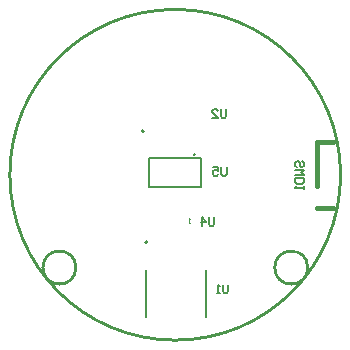
<source format=gbo>
G04*
G04 #@! TF.GenerationSoftware,Altium Limited,Altium Designer,21.4.1 (30)*
G04*
G04 Layer_Color=32896*
%FSLAX44Y44*%
%MOMM*%
G71*
G04*
G04 #@! TF.SameCoordinates,B5D191E2-0800-4242-8A0F-E0629761C544*
G04*
G04*
G04 #@! TF.FilePolarity,Positive*
G04*
G01*
G75*
%ADD10C,0.2000*%
%ADD12C,0.2540*%
%ADD13C,0.1270*%
%ADD14C,0.1500*%
%ADD68C,0.1524*%
%ADD69C,0.0100*%
%ADD70C,0.4000*%
D10*
X126040Y189470D02*
G03*
X126040Y189470I-1000J0D01*
G01*
X129073Y95390D02*
G03*
X129073Y95390I-1000J0D01*
G01*
X196088Y158890D02*
Y153058D01*
X194922Y151892D01*
X192589D01*
X191423Y153058D01*
Y158890D01*
X184425D02*
X189090D01*
Y155391D01*
X186758Y156557D01*
X185591D01*
X184425Y155391D01*
Y153058D01*
X185591Y151892D01*
X187924D01*
X189090Y153058D01*
X185674Y116472D02*
Y110640D01*
X184508Y109474D01*
X182175D01*
X181009Y110640D01*
Y116472D01*
X175177Y109474D02*
Y116472D01*
X178676Y112973D01*
X174011D01*
X195580Y207912D02*
Y202080D01*
X194414Y200914D01*
X192081D01*
X190915Y202080D01*
Y207912D01*
X183917Y200914D02*
X188582D01*
X183917Y205579D01*
Y206745D01*
X185083Y207912D01*
X187416D01*
X188582Y206745D01*
X197358Y59576D02*
Y53744D01*
X196192Y52578D01*
X193859D01*
X192693Y53744D01*
Y59576D01*
X190360Y52578D02*
X188028D01*
X189194D01*
Y59576D01*
X190360Y58410D01*
X255534Y159165D02*
X254368Y160331D01*
Y162664D01*
X255534Y163830D01*
X256701D01*
X257867Y162664D01*
Y160331D01*
X259033Y159165D01*
X260200D01*
X261366Y160331D01*
Y162664D01*
X260200Y163830D01*
X254368Y156832D02*
X261366D01*
X259033Y154500D01*
X261366Y152167D01*
X254368D01*
Y149834D02*
X261366D01*
Y146336D01*
X260200Y145169D01*
X255534D01*
X254368Y146336D01*
Y149834D01*
X261366Y142837D02*
Y140504D01*
Y141671D01*
X254368D01*
X255534Y142837D01*
D12*
X68500Y74000D02*
G03*
X68500Y74000I-14000J0D01*
G01*
X264800D02*
G03*
X264800Y74000I-14000J0D01*
G01*
X292540Y152540D02*
G03*
X292540Y152540I-140000J0D01*
G01*
D13*
X130540Y142628D02*
X174540D01*
Y166628D01*
X130540D02*
X174540D01*
X130540Y142628D02*
Y166628D01*
X178372Y32190D02*
Y72190D01*
X127873Y32190D02*
Y72190D01*
D14*
X169520Y169587D02*
G03*
X169520Y169587I-750J0D01*
G01*
D68*
X164732Y114808D02*
G03*
X164732Y111252I2276J-1778D01*
G01*
Y114808D02*
G03*
X164732Y111252I2276J-1778D01*
G01*
D69*
X268450Y127970D02*
G03*
X268448Y127965I5J-5D01*
G01*
D70*
X272440Y124100D02*
X286230D01*
X272440Y180100D02*
X286221D01*
X272440Y143100D02*
Y180100D01*
M02*

</source>
